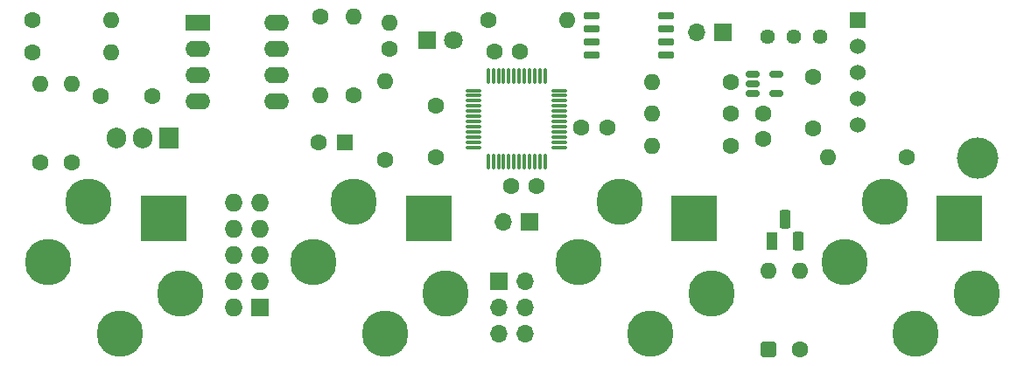
<source format=gbr>
%TF.GenerationSoftware,KiCad,Pcbnew,(5.99.0-12964-g8e5cbc5cf0)*%
%TF.CreationDate,2021-11-17T19:32:36+00:00*%
%TF.ProjectId,board,626f6172-642e-46b6-9963-61645f706362,rev?*%
%TF.SameCoordinates,Original*%
%TF.FileFunction,Soldermask,Top*%
%TF.FilePolarity,Negative*%
%FSLAX46Y46*%
G04 Gerber Fmt 4.6, Leading zero omitted, Abs format (unit mm)*
G04 Created by KiCad (PCBNEW (5.99.0-12964-g8e5cbc5cf0)) date 2021-11-17 19:32:36*
%MOMM*%
%LPD*%
G01*
G04 APERTURE LIST*
G04 Aperture macros list*
%AMRoundRect*
0 Rectangle with rounded corners*
0 $1 Rounding radius*
0 $2 $3 $4 $5 $6 $7 $8 $9 X,Y pos of 4 corners*
0 Add a 4 corners polygon primitive as box body*
4,1,4,$2,$3,$4,$5,$6,$7,$8,$9,$2,$3,0*
0 Add four circle primitives for the rounded corners*
1,1,$1+$1,$2,$3*
1,1,$1+$1,$4,$5*
1,1,$1+$1,$6,$7*
1,1,$1+$1,$8,$9*
0 Add four rect primitives between the rounded corners*
20,1,$1+$1,$2,$3,$4,$5,0*
20,1,$1+$1,$4,$5,$6,$7,0*
20,1,$1+$1,$6,$7,$8,$9,0*
20,1,$1+$1,$8,$9,$2,$3,0*%
G04 Aperture macros list end*
%ADD10C,4.000000*%
%ADD11RoundRect,0.150000X-0.650000X-0.150000X0.650000X-0.150000X0.650000X0.150000X-0.650000X0.150000X0*%
%ADD12C,1.600000*%
%ADD13O,1.600000X1.600000*%
%ADD14RoundRect,0.075000X0.075000X-0.662500X0.075000X0.662500X-0.075000X0.662500X-0.075000X-0.662500X0*%
%ADD15RoundRect,0.075000X0.662500X-0.075000X0.662500X0.075000X-0.662500X0.075000X-0.662500X-0.075000X0*%
%ADD16R,1.700000X1.700000*%
%ADD17O,1.700000X1.700000*%
%ADD18RoundRect,0.150000X-0.512500X-0.150000X0.512500X-0.150000X0.512500X0.150000X-0.512500X0.150000X0*%
%ADD19R,1.800000X1.800000*%
%ADD20C,1.800000*%
%ADD21R,2.400000X1.600000*%
%ADD22O,2.400000X1.600000*%
%ADD23R,1.600000X1.600000*%
%ADD24R,1.905000X2.000000*%
%ADD25O,1.905000X2.000000*%
%ADD26R,1.100000X1.800000*%
%ADD27RoundRect,0.275000X-0.275000X-0.625000X0.275000X-0.625000X0.275000X0.625000X-0.275000X0.625000X0*%
%ADD28R,1.727200X1.727200*%
%ADD29O,1.727200X1.727200*%
%ADD30C,1.440000*%
%ADD31RoundRect,0.400000X0.400000X-0.400000X0.400000X0.400000X-0.400000X0.400000X-0.400000X-0.400000X0*%
%ADD32R,1.524000X1.524000*%
%ADD33C,1.524000*%
%ADD34C,4.500001*%
%ADD35R,4.500001X4.500001*%
%ADD36C,4.500000*%
G04 APERTURE END LIST*
D10*
%TO.C,TP1*%
X172500000Y-130000000D03*
%TD*%
D11*
%TO.C,U3*%
X135200000Y-116195000D03*
X135200000Y-117465000D03*
X135200000Y-118735000D03*
X135200000Y-120005000D03*
X142400000Y-120005000D03*
X142400000Y-118735000D03*
X142400000Y-117465000D03*
X142400000Y-116195000D03*
%TD*%
D12*
%TO.C,R13*%
X155300000Y-148510000D03*
D13*
X155300000Y-140890000D03*
%TD*%
D12*
%TO.C,R7*%
X148610000Y-125700000D03*
D13*
X140990000Y-125700000D03*
%TD*%
D14*
%TO.C,U1*%
X125150000Y-130362500D03*
X125650000Y-130362500D03*
X126150000Y-130362500D03*
X126650000Y-130362500D03*
X127150000Y-130362500D03*
X127650000Y-130362500D03*
X128150000Y-130362500D03*
X128650000Y-130362500D03*
X129150000Y-130362500D03*
X129650000Y-130362500D03*
X130150000Y-130362500D03*
X130650000Y-130362500D03*
D15*
X132062500Y-128950000D03*
X132062500Y-128450000D03*
X132062500Y-127950000D03*
X132062500Y-127450000D03*
X132062500Y-126950000D03*
X132062500Y-126450000D03*
X132062500Y-125950000D03*
X132062500Y-125450000D03*
X132062500Y-124950000D03*
X132062500Y-124450000D03*
X132062500Y-123950000D03*
X132062500Y-123450000D03*
D14*
X130650000Y-122037500D03*
X130150000Y-122037500D03*
X129650000Y-122037500D03*
X129150000Y-122037500D03*
X128650000Y-122037500D03*
X128150000Y-122037500D03*
X127650000Y-122037500D03*
X127150000Y-122037500D03*
X126650000Y-122037500D03*
X126150000Y-122037500D03*
X125650000Y-122037500D03*
X125150000Y-122037500D03*
D15*
X123737500Y-123450000D03*
X123737500Y-123950000D03*
X123737500Y-124450000D03*
X123737500Y-124950000D03*
X123737500Y-125450000D03*
X123737500Y-125950000D03*
X123737500Y-126450000D03*
X123737500Y-126950000D03*
X123737500Y-127450000D03*
X123737500Y-127950000D03*
X123737500Y-128450000D03*
X123737500Y-128950000D03*
%TD*%
D16*
%TO.C,BTN1*%
X147875000Y-117800000D03*
D17*
X145335000Y-117800000D03*
%TD*%
D12*
%TO.C,C2*%
X125750000Y-119700000D03*
X128250000Y-119700000D03*
%TD*%
%TO.C,C6*%
X87700000Y-124000000D03*
X92700000Y-124000000D03*
%TD*%
%TO.C,R6*%
X81800000Y-130410000D03*
D13*
X81800000Y-122790000D03*
%TD*%
D12*
%TO.C,C4*%
X127350000Y-132700000D03*
X129850000Y-132700000D03*
%TD*%
D18*
%TO.C,U5*%
X150762500Y-121850000D03*
X150762500Y-122800000D03*
X150762500Y-123750000D03*
X153037500Y-123750000D03*
X153037500Y-121850000D03*
%TD*%
D19*
%TO.C,D1*%
X119225000Y-118600000D03*
D20*
X121765000Y-118600000D03*
%TD*%
D21*
%TO.C,U4*%
X97100000Y-116900000D03*
D22*
X97100000Y-119440000D03*
X97100000Y-121980000D03*
X97100000Y-124520000D03*
X104720000Y-124520000D03*
X104720000Y-121980000D03*
X104720000Y-119440000D03*
X104720000Y-116900000D03*
%TD*%
D23*
%TO.C,C5*%
X111282380Y-128500000D03*
D12*
X108782380Y-128500000D03*
%TD*%
%TO.C,R8*%
X148610000Y-128800000D03*
D13*
X140990000Y-128800000D03*
%TD*%
D24*
%TO.C,U2*%
X94240000Y-128100000D03*
D25*
X91700000Y-128100000D03*
X89160000Y-128100000D03*
%TD*%
D12*
%TO.C,C1*%
X120100000Y-129900000D03*
X120100000Y-124900000D03*
%TD*%
D16*
%TO.C,RST1*%
X129175000Y-136200000D03*
D17*
X126635000Y-136200000D03*
%TD*%
D12*
%TO.C,R14*%
X165610000Y-129900000D03*
D13*
X157990000Y-129900000D03*
%TD*%
D26*
%TO.C,Q1*%
X152634292Y-138020000D03*
D27*
X153904292Y-135950000D03*
X155174292Y-138020000D03*
%TD*%
D12*
%TO.C,C3*%
X134150000Y-127000000D03*
X136650000Y-127000000D03*
%TD*%
%TO.C,R4*%
X81090000Y-119800000D03*
D13*
X88710000Y-119800000D03*
%TD*%
D12*
%TO.C,R5*%
X84900000Y-130410000D03*
D13*
X84900000Y-122790000D03*
%TD*%
D28*
%TO.C,J1*%
X103070000Y-144480000D03*
D29*
X100530000Y-144480000D03*
X103070000Y-141940000D03*
X100530000Y-141940000D03*
X103070000Y-139400000D03*
X100530000Y-139400000D03*
X103070000Y-136860000D03*
X100530000Y-136860000D03*
X103070000Y-134320000D03*
X100530000Y-134320000D03*
%TD*%
D12*
%TO.C,R1*%
X125190000Y-116600000D03*
D13*
X132810000Y-116600000D03*
%TD*%
D30*
%TO.C,RV1*%
X157250000Y-118200000D03*
X154710000Y-118200000D03*
X152170000Y-118200000D03*
%TD*%
D12*
%TO.C,R9*%
X148620000Y-122600000D03*
D13*
X141000000Y-122600000D03*
%TD*%
D12*
%TO.C,R2*%
X115600000Y-119445000D03*
D13*
X115600000Y-116905000D03*
%TD*%
D12*
%TO.C,C7*%
X156600000Y-122100000D03*
X156600000Y-127100000D03*
%TD*%
%TO.C,R12*%
X115200000Y-130210000D03*
D13*
X115200000Y-122590000D03*
%TD*%
D12*
%TO.C,R11*%
X108900000Y-116290000D03*
D13*
X108900000Y-123910000D03*
%TD*%
D31*
%TO.C,D2*%
X152300000Y-148510000D03*
D13*
X152300000Y-140890000D03*
%TD*%
D12*
%TO.C,C8*%
X151800000Y-125650000D03*
X151800000Y-128150000D03*
%TD*%
D17*
%TO.C,SWD1*%
X128765000Y-147055000D03*
X126225000Y-147055000D03*
X128765000Y-144515000D03*
X126225000Y-144515000D03*
X128765000Y-141975000D03*
D16*
X126225000Y-141975000D03*
%TD*%
D12*
%TO.C,R10*%
X112100000Y-123910000D03*
D13*
X112100000Y-116290000D03*
%TD*%
D12*
%TO.C,R3*%
X81090000Y-116600000D03*
D13*
X88710000Y-116600000D03*
%TD*%
D32*
%TO.C,USB1*%
X160895000Y-116615000D03*
D33*
X160895000Y-119155000D03*
X160895000Y-121695000D03*
X160895000Y-124235000D03*
X160895000Y-126775000D03*
%TD*%
D34*
%TO.C,GATE_IN1*%
X166500000Y-147000000D03*
X172400000Y-143100000D03*
D35*
X170740000Y-135860000D03*
D36*
X159600000Y-140100000D03*
X163500000Y-134200000D03*
%TD*%
D34*
%TO.C,CV_IN1*%
X140833334Y-147000000D03*
X146733334Y-143100000D03*
D35*
X145073334Y-135860000D03*
D36*
X133933334Y-140100000D03*
X137833334Y-134200000D03*
%TD*%
D34*
%TO.C,HONK_OUT1*%
X89500000Y-147000000D03*
X95400000Y-143100000D03*
D35*
X93740000Y-135860000D03*
D36*
X82600000Y-140100000D03*
X86500000Y-134200000D03*
%TD*%
D34*
%TO.C,GATE_OUT1*%
X115166668Y-147000000D03*
X121066668Y-143100000D03*
D35*
X119406668Y-135860000D03*
D36*
X108266668Y-140100000D03*
X112166668Y-134200000D03*
%TD*%
M02*

</source>
